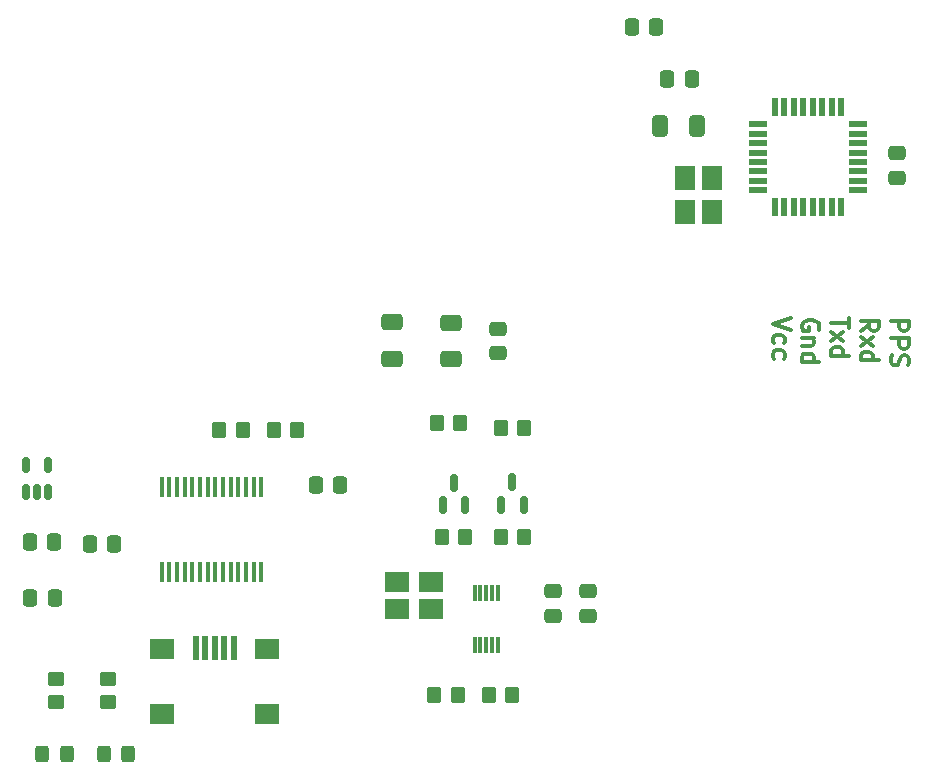
<source format=gbr>
%TF.GenerationSoftware,KiCad,Pcbnew,7.0.9-1.fc39*%
%TF.CreationDate,2023-11-27T20:11:11+01:00*%
%TF.ProjectId,sis5351a GPS controlled time base,73697335-3335-4316-9120-47505320636f,rev?*%
%TF.SameCoordinates,Original*%
%TF.FileFunction,Paste,Top*%
%TF.FilePolarity,Positive*%
%FSLAX46Y46*%
G04 Gerber Fmt 4.6, Leading zero omitted, Abs format (unit mm)*
G04 Created by KiCad (PCBNEW 7.0.9-1.fc39) date 2023-11-27 20:11:11*
%MOMM*%
%LPD*%
G01*
G04 APERTURE LIST*
G04 Aperture macros list*
%AMRoundRect*
0 Rectangle with rounded corners*
0 $1 Rounding radius*
0 $2 $3 $4 $5 $6 $7 $8 $9 X,Y pos of 4 corners*
0 Add a 4 corners polygon primitive as box body*
4,1,4,$2,$3,$4,$5,$6,$7,$8,$9,$2,$3,0*
0 Add four circle primitives for the rounded corners*
1,1,$1+$1,$2,$3*
1,1,$1+$1,$4,$5*
1,1,$1+$1,$6,$7*
1,1,$1+$1,$8,$9*
0 Add four rect primitives between the rounded corners*
20,1,$1+$1,$2,$3,$4,$5,0*
20,1,$1+$1,$4,$5,$6,$7,0*
20,1,$1+$1,$6,$7,$8,$9,0*
20,1,$1+$1,$8,$9,$2,$3,0*%
G04 Aperture macros list end*
%ADD10C,0.300000*%
%ADD11RoundRect,0.250000X-0.325000X-0.450000X0.325000X-0.450000X0.325000X0.450000X-0.325000X0.450000X0*%
%ADD12RoundRect,0.250000X-0.350000X-0.450000X0.350000X-0.450000X0.350000X0.450000X-0.350000X0.450000X0*%
%ADD13RoundRect,0.250000X-0.650000X0.412500X-0.650000X-0.412500X0.650000X-0.412500X0.650000X0.412500X0*%
%ADD14R,0.500000X2.000000*%
%ADD15R,2.000000X1.700000*%
%ADD16RoundRect,0.250000X-0.475000X0.337500X-0.475000X-0.337500X0.475000X-0.337500X0.475000X0.337500X0*%
%ADD17RoundRect,0.250000X-0.337500X-0.475000X0.337500X-0.475000X0.337500X0.475000X-0.337500X0.475000X0*%
%ADD18R,1.600000X0.550000*%
%ADD19R,0.550000X1.600000*%
%ADD20RoundRect,0.250000X0.450000X-0.350000X0.450000X0.350000X-0.450000X0.350000X-0.450000X-0.350000X0*%
%ADD21RoundRect,0.150000X0.150000X-0.512500X0.150000X0.512500X-0.150000X0.512500X-0.150000X-0.512500X0*%
%ADD22RoundRect,0.250000X-0.412500X-0.650000X0.412500X-0.650000X0.412500X0.650000X-0.412500X0.650000X0*%
%ADD23RoundRect,0.250000X0.350000X0.450000X-0.350000X0.450000X-0.350000X-0.450000X0.350000X-0.450000X0*%
%ADD24R,0.300000X1.400000*%
%ADD25RoundRect,0.150000X0.150000X-0.587500X0.150000X0.587500X-0.150000X0.587500X-0.150000X-0.587500X0*%
%ADD26R,0.450000X1.750000*%
%ADD27R,2.100000X1.800000*%
%ADD28R,1.800000X2.100000*%
G04 APERTURE END LIST*
D10*
X200449171Y-99104510D02*
X201949171Y-99104510D01*
X201949171Y-99104510D02*
X201949171Y-99675939D01*
X201949171Y-99675939D02*
X201877742Y-99818796D01*
X201877742Y-99818796D02*
X201806314Y-99890225D01*
X201806314Y-99890225D02*
X201663457Y-99961653D01*
X201663457Y-99961653D02*
X201449171Y-99961653D01*
X201449171Y-99961653D02*
X201306314Y-99890225D01*
X201306314Y-99890225D02*
X201234885Y-99818796D01*
X201234885Y-99818796D02*
X201163457Y-99675939D01*
X201163457Y-99675939D02*
X201163457Y-99104510D01*
X200449171Y-100604510D02*
X201949171Y-100604510D01*
X201949171Y-100604510D02*
X201949171Y-101175939D01*
X201949171Y-101175939D02*
X201877742Y-101318796D01*
X201877742Y-101318796D02*
X201806314Y-101390225D01*
X201806314Y-101390225D02*
X201663457Y-101461653D01*
X201663457Y-101461653D02*
X201449171Y-101461653D01*
X201449171Y-101461653D02*
X201306314Y-101390225D01*
X201306314Y-101390225D02*
X201234885Y-101318796D01*
X201234885Y-101318796D02*
X201163457Y-101175939D01*
X201163457Y-101175939D02*
X201163457Y-100604510D01*
X200520600Y-102033082D02*
X200449171Y-102247368D01*
X200449171Y-102247368D02*
X200449171Y-102604510D01*
X200449171Y-102604510D02*
X200520600Y-102747368D01*
X200520600Y-102747368D02*
X200592028Y-102818796D01*
X200592028Y-102818796D02*
X200734885Y-102890225D01*
X200734885Y-102890225D02*
X200877742Y-102890225D01*
X200877742Y-102890225D02*
X201020600Y-102818796D01*
X201020600Y-102818796D02*
X201092028Y-102747368D01*
X201092028Y-102747368D02*
X201163457Y-102604510D01*
X201163457Y-102604510D02*
X201234885Y-102318796D01*
X201234885Y-102318796D02*
X201306314Y-102175939D01*
X201306314Y-102175939D02*
X201377742Y-102104510D01*
X201377742Y-102104510D02*
X201520600Y-102033082D01*
X201520600Y-102033082D02*
X201663457Y-102033082D01*
X201663457Y-102033082D02*
X201806314Y-102104510D01*
X201806314Y-102104510D02*
X201877742Y-102175939D01*
X201877742Y-102175939D02*
X201949171Y-102318796D01*
X201949171Y-102318796D02*
X201949171Y-102675939D01*
X201949171Y-102675939D02*
X201877742Y-102890225D01*
X196899171Y-98840225D02*
X196899171Y-99697368D01*
X195399171Y-99268796D02*
X196899171Y-99268796D01*
X195399171Y-100054510D02*
X196399171Y-100840225D01*
X196399171Y-100054510D02*
X195399171Y-100840225D01*
X195399171Y-102054511D02*
X196899171Y-102054511D01*
X195470600Y-102054511D02*
X195399171Y-101911653D01*
X195399171Y-101911653D02*
X195399171Y-101625939D01*
X195399171Y-101625939D02*
X195470600Y-101483082D01*
X195470600Y-101483082D02*
X195542028Y-101411653D01*
X195542028Y-101411653D02*
X195684885Y-101340225D01*
X195684885Y-101340225D02*
X196113457Y-101340225D01*
X196113457Y-101340225D02*
X196256314Y-101411653D01*
X196256314Y-101411653D02*
X196327742Y-101483082D01*
X196327742Y-101483082D02*
X196399171Y-101625939D01*
X196399171Y-101625939D02*
X196399171Y-101911653D01*
X196399171Y-101911653D02*
X196327742Y-102054511D01*
X191949171Y-98890225D02*
X190449171Y-99390225D01*
X190449171Y-99390225D02*
X191949171Y-99890225D01*
X190520600Y-101033082D02*
X190449171Y-100890224D01*
X190449171Y-100890224D02*
X190449171Y-100604510D01*
X190449171Y-100604510D02*
X190520600Y-100461653D01*
X190520600Y-100461653D02*
X190592028Y-100390224D01*
X190592028Y-100390224D02*
X190734885Y-100318796D01*
X190734885Y-100318796D02*
X191163457Y-100318796D01*
X191163457Y-100318796D02*
X191306314Y-100390224D01*
X191306314Y-100390224D02*
X191377742Y-100461653D01*
X191377742Y-100461653D02*
X191449171Y-100604510D01*
X191449171Y-100604510D02*
X191449171Y-100890224D01*
X191449171Y-100890224D02*
X191377742Y-101033082D01*
X190520600Y-102318796D02*
X190449171Y-102175938D01*
X190449171Y-102175938D02*
X190449171Y-101890224D01*
X190449171Y-101890224D02*
X190520600Y-101747367D01*
X190520600Y-101747367D02*
X190592028Y-101675938D01*
X190592028Y-101675938D02*
X190734885Y-101604510D01*
X190734885Y-101604510D02*
X191163457Y-101604510D01*
X191163457Y-101604510D02*
X191306314Y-101675938D01*
X191306314Y-101675938D02*
X191377742Y-101747367D01*
X191377742Y-101747367D02*
X191449171Y-101890224D01*
X191449171Y-101890224D02*
X191449171Y-102175938D01*
X191449171Y-102175938D02*
X191377742Y-102318796D01*
X197899171Y-99961653D02*
X198613457Y-99461653D01*
X197899171Y-99104510D02*
X199399171Y-99104510D01*
X199399171Y-99104510D02*
X199399171Y-99675939D01*
X199399171Y-99675939D02*
X199327742Y-99818796D01*
X199327742Y-99818796D02*
X199256314Y-99890225D01*
X199256314Y-99890225D02*
X199113457Y-99961653D01*
X199113457Y-99961653D02*
X198899171Y-99961653D01*
X198899171Y-99961653D02*
X198756314Y-99890225D01*
X198756314Y-99890225D02*
X198684885Y-99818796D01*
X198684885Y-99818796D02*
X198613457Y-99675939D01*
X198613457Y-99675939D02*
X198613457Y-99104510D01*
X197899171Y-100461653D02*
X198899171Y-101247368D01*
X198899171Y-100461653D02*
X197899171Y-101247368D01*
X197899171Y-102461654D02*
X199399171Y-102461654D01*
X197970600Y-102461654D02*
X197899171Y-102318796D01*
X197899171Y-102318796D02*
X197899171Y-102033082D01*
X197899171Y-102033082D02*
X197970600Y-101890225D01*
X197970600Y-101890225D02*
X198042028Y-101818796D01*
X198042028Y-101818796D02*
X198184885Y-101747368D01*
X198184885Y-101747368D02*
X198613457Y-101747368D01*
X198613457Y-101747368D02*
X198756314Y-101818796D01*
X198756314Y-101818796D02*
X198827742Y-101890225D01*
X198827742Y-101890225D02*
X198899171Y-102033082D01*
X198899171Y-102033082D02*
X198899171Y-102318796D01*
X198899171Y-102318796D02*
X198827742Y-102461654D01*
X194327742Y-99890225D02*
X194399171Y-99747368D01*
X194399171Y-99747368D02*
X194399171Y-99533082D01*
X194399171Y-99533082D02*
X194327742Y-99318796D01*
X194327742Y-99318796D02*
X194184885Y-99175939D01*
X194184885Y-99175939D02*
X194042028Y-99104510D01*
X194042028Y-99104510D02*
X193756314Y-99033082D01*
X193756314Y-99033082D02*
X193542028Y-99033082D01*
X193542028Y-99033082D02*
X193256314Y-99104510D01*
X193256314Y-99104510D02*
X193113457Y-99175939D01*
X193113457Y-99175939D02*
X192970600Y-99318796D01*
X192970600Y-99318796D02*
X192899171Y-99533082D01*
X192899171Y-99533082D02*
X192899171Y-99675939D01*
X192899171Y-99675939D02*
X192970600Y-99890225D01*
X192970600Y-99890225D02*
X193042028Y-99961653D01*
X193042028Y-99961653D02*
X193542028Y-99961653D01*
X193542028Y-99961653D02*
X193542028Y-99675939D01*
X193899171Y-100604510D02*
X192899171Y-100604510D01*
X193756314Y-100604510D02*
X193827742Y-100675939D01*
X193827742Y-100675939D02*
X193899171Y-100818796D01*
X193899171Y-100818796D02*
X193899171Y-101033082D01*
X193899171Y-101033082D02*
X193827742Y-101175939D01*
X193827742Y-101175939D02*
X193684885Y-101247368D01*
X193684885Y-101247368D02*
X192899171Y-101247368D01*
X192899171Y-102604511D02*
X194399171Y-102604511D01*
X192970600Y-102604511D02*
X192899171Y-102461653D01*
X192899171Y-102461653D02*
X192899171Y-102175939D01*
X192899171Y-102175939D02*
X192970600Y-102033082D01*
X192970600Y-102033082D02*
X193042028Y-101961653D01*
X193042028Y-101961653D02*
X193184885Y-101890225D01*
X193184885Y-101890225D02*
X193613457Y-101890225D01*
X193613457Y-101890225D02*
X193756314Y-101961653D01*
X193756314Y-101961653D02*
X193827742Y-102033082D01*
X193827742Y-102033082D02*
X193899171Y-102175939D01*
X193899171Y-102175939D02*
X193899171Y-102461653D01*
X193899171Y-102461653D02*
X193827742Y-102604511D01*
D11*
%TO.C,D1*%
X128600000Y-135800000D03*
X130650000Y-135800000D03*
%TD*%
D12*
%TO.C,R9*%
X166400000Y-130800000D03*
X168400000Y-130800000D03*
%TD*%
D13*
%TO.C,C13*%
X163166400Y-99260300D03*
X163166400Y-102385300D03*
%TD*%
D14*
%TO.C,J1*%
X141600000Y-126825000D03*
X142400000Y-126825000D03*
X143200000Y-126825000D03*
X144000000Y-126825000D03*
X144800000Y-126825000D03*
D15*
X138750000Y-126925000D03*
X138750000Y-132375000D03*
X147650000Y-126925000D03*
X147650000Y-132375000D03*
%TD*%
D16*
%TO.C,C8*%
X201000000Y-84925000D03*
X201000000Y-87000000D03*
%TD*%
D17*
%TO.C,C5*%
X181525000Y-78600000D03*
X183600000Y-78600000D03*
%TD*%
D18*
%TO.C,U3*%
X189171000Y-82467800D03*
X189171000Y-83267800D03*
X189171000Y-84067800D03*
X189171000Y-84867800D03*
X189171000Y-85667800D03*
X189171000Y-86467800D03*
X189171000Y-87267800D03*
X189171000Y-88067800D03*
D19*
X190621000Y-89517800D03*
X191421000Y-89517800D03*
X192221000Y-89517800D03*
X193021000Y-89517800D03*
X193821000Y-89517800D03*
X194621000Y-89517800D03*
X195421000Y-89517800D03*
X196221000Y-89517800D03*
D18*
X197671000Y-88067800D03*
X197671000Y-87267800D03*
X197671000Y-86467800D03*
X197671000Y-85667800D03*
X197671000Y-84867800D03*
X197671000Y-84067800D03*
X197671000Y-83267800D03*
X197671000Y-82467800D03*
D19*
X196221000Y-81017800D03*
X195421000Y-81017800D03*
X194621000Y-81017800D03*
X193821000Y-81017800D03*
X193021000Y-81017800D03*
X192221000Y-81017800D03*
X191421000Y-81017800D03*
X190621000Y-81017800D03*
%TD*%
D20*
%TO.C,R6*%
X134200000Y-131400000D03*
X134200000Y-129400000D03*
%TD*%
D16*
%TO.C,C3*%
X174800000Y-122000000D03*
X174800000Y-124075000D03*
%TD*%
D21*
%TO.C,U2*%
X127200000Y-113600000D03*
X128150000Y-113600000D03*
X129100000Y-113600000D03*
X129100000Y-111325000D03*
X127200000Y-111325000D03*
%TD*%
D22*
%TO.C,C7*%
X180875000Y-82600000D03*
X184000000Y-82600000D03*
%TD*%
D17*
%TO.C,C1*%
X127562500Y-122600000D03*
X129637500Y-122600000D03*
%TD*%
D12*
%TO.C,R8*%
X143600000Y-108400000D03*
X145600000Y-108400000D03*
%TD*%
%TO.C,R2*%
X167400000Y-108200000D03*
X169400000Y-108200000D03*
%TD*%
D23*
%TO.C,R7*%
X150200000Y-108400000D03*
X148200000Y-108400000D03*
%TD*%
D13*
%TO.C,C12*%
X158166400Y-99222800D03*
X158166400Y-102347800D03*
%TD*%
D12*
%TO.C,R1*%
X162000000Y-107800000D03*
X164000000Y-107800000D03*
%TD*%
D23*
%TO.C,R10*%
X163800000Y-130800000D03*
X161800000Y-130800000D03*
%TD*%
D12*
%TO.C,R3*%
X167400000Y-117400000D03*
X169400000Y-117400000D03*
%TD*%
D16*
%TO.C,C9*%
X167166400Y-99785300D03*
X167166400Y-101860300D03*
%TD*%
D12*
%TO.C,R4*%
X162400000Y-117400000D03*
X164400000Y-117400000D03*
%TD*%
D17*
%TO.C,C10*%
X151762500Y-113000000D03*
X153837500Y-113000000D03*
%TD*%
D24*
%TO.C,U1*%
X167200600Y-122176800D03*
X166700600Y-122176800D03*
X166200600Y-122176800D03*
X165700600Y-122176800D03*
X165200600Y-122176800D03*
X165200600Y-126576800D03*
X165700600Y-126576800D03*
X166200600Y-126576800D03*
X166700600Y-126576800D03*
X167200600Y-126576800D03*
%TD*%
D25*
%TO.C,Q2*%
X162511000Y-114735400D03*
X164411000Y-114735400D03*
X163461000Y-112860400D03*
%TD*%
D17*
%TO.C,C11*%
X132600000Y-118000000D03*
X134675000Y-118000000D03*
%TD*%
D16*
%TO.C,C4*%
X171800000Y-122000000D03*
X171800000Y-124075000D03*
%TD*%
D17*
%TO.C,C6*%
X178525000Y-74200000D03*
X180600000Y-74200000D03*
%TD*%
D26*
%TO.C,U5*%
X147150000Y-113200000D03*
X146500000Y-113200000D03*
X145850000Y-113200000D03*
X145200000Y-113200000D03*
X144550000Y-113200000D03*
X143900000Y-113200000D03*
X143250000Y-113200000D03*
X142600000Y-113200000D03*
X141950000Y-113200000D03*
X141300000Y-113200000D03*
X140650000Y-113200000D03*
X140000000Y-113200000D03*
X139350000Y-113200000D03*
X138700000Y-113200000D03*
X138700000Y-120400000D03*
X139350000Y-120400000D03*
X140000000Y-120400000D03*
X140650000Y-120400000D03*
X141300000Y-120400000D03*
X141950000Y-120400000D03*
X142600000Y-120400000D03*
X143250000Y-120400000D03*
X143900000Y-120400000D03*
X144550000Y-120400000D03*
X145200000Y-120400000D03*
X145850000Y-120400000D03*
X146500000Y-120400000D03*
X147150000Y-120400000D03*
%TD*%
D27*
%TO.C,Y1*%
X161500000Y-121200000D03*
X158600000Y-121200000D03*
X158600000Y-123500000D03*
X161500000Y-123500000D03*
%TD*%
D25*
%TO.C,Q1*%
X167461000Y-114672900D03*
X169361000Y-114672900D03*
X168411000Y-112797900D03*
%TD*%
D17*
%TO.C,C2*%
X127525000Y-117800000D03*
X129600000Y-117800000D03*
%TD*%
D28*
%TO.C,Y2*%
X185300000Y-89900000D03*
X185300000Y-87000000D03*
X183000000Y-87000000D03*
X183000000Y-89900000D03*
%TD*%
D11*
%TO.C,D2*%
X133800000Y-135800000D03*
X135850000Y-135800000D03*
%TD*%
D20*
%TO.C,R5*%
X129800000Y-131400000D03*
X129800000Y-129400000D03*
%TD*%
M02*

</source>
